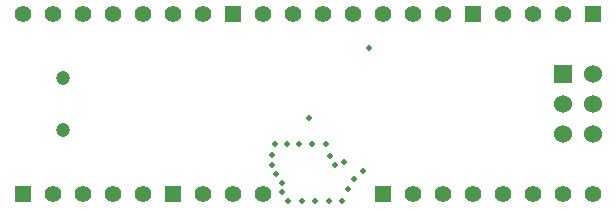
<source format=gbs>
G04 (created by PCBNEW (2013-june-11)-stable) date Mon 20 Jan 2014 10:16:48 PM PST*
%MOIN*%
G04 Gerber Fmt 3.4, Leading zero omitted, Abs format*
%FSLAX34Y34*%
G01*
G70*
G90*
G04 APERTURE LIST*
%ADD10C,0.00590551*%
%ADD11C,0.02*%
%ADD12C,0.0472*%
%ADD13R,0.055X0.055*%
%ADD14C,0.055*%
%ADD15R,0.06X0.06*%
%ADD16C,0.06*%
G04 APERTURE END LIST*
G54D10*
G54D11*
X70020Y-33980D03*
X71200Y-35450D03*
X71350Y-36350D03*
X69300Y-34850D03*
X68800Y-35200D03*
X69800Y-36750D03*
X68800Y-35550D03*
X68900Y-34850D03*
X69350Y-36750D03*
X70700Y-36750D03*
X71150Y-36750D03*
X71850Y-35750D03*
X69150Y-36150D03*
X70250Y-36750D03*
X68950Y-35850D03*
X69150Y-36450D03*
X72050Y-31650D03*
X70600Y-34850D03*
X71550Y-36000D03*
X70150Y-34850D03*
X69700Y-34850D03*
X70750Y-35250D03*
G54D12*
X61835Y-32634D03*
X61835Y-34366D03*
G54D13*
X72500Y-36500D03*
G54D14*
X73500Y-36500D03*
X74500Y-36500D03*
X75500Y-36500D03*
X76500Y-36500D03*
X77500Y-36500D03*
X78500Y-36500D03*
X79500Y-36500D03*
G54D13*
X65500Y-36500D03*
G54D14*
X66500Y-36500D03*
X67500Y-36500D03*
X68500Y-36500D03*
G54D15*
X78500Y-32500D03*
G54D16*
X79500Y-32500D03*
X78500Y-33500D03*
X79500Y-33500D03*
X78500Y-34500D03*
X79500Y-34500D03*
G54D13*
X60500Y-36500D03*
G54D14*
X61500Y-36500D03*
X62500Y-36500D03*
X63500Y-36500D03*
X64500Y-36500D03*
G54D13*
X79500Y-30500D03*
G54D14*
X78500Y-30500D03*
X77500Y-30500D03*
X76500Y-30500D03*
G54D13*
X67500Y-30500D03*
G54D14*
X66500Y-30500D03*
X65500Y-30500D03*
X64500Y-30500D03*
X63500Y-30500D03*
X62500Y-30500D03*
X61500Y-30500D03*
X60500Y-30500D03*
G54D13*
X75500Y-30500D03*
G54D14*
X74500Y-30500D03*
X73500Y-30500D03*
X72500Y-30500D03*
X71500Y-30500D03*
X70500Y-30500D03*
X69500Y-30500D03*
X68500Y-30500D03*
G54D11*
X70900Y-35550D03*
M02*

</source>
